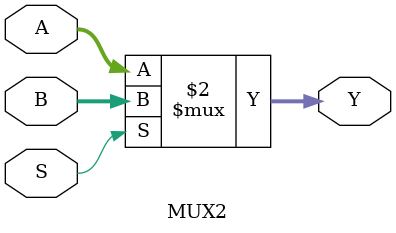
<source format=v>
`timescale 1ns / 1ps


module MUX2(
	input S,
	input [15:0] A,B,
	output [15:0] Y
    );
	assign Y=S==0?A:B;
endmodule

</source>
